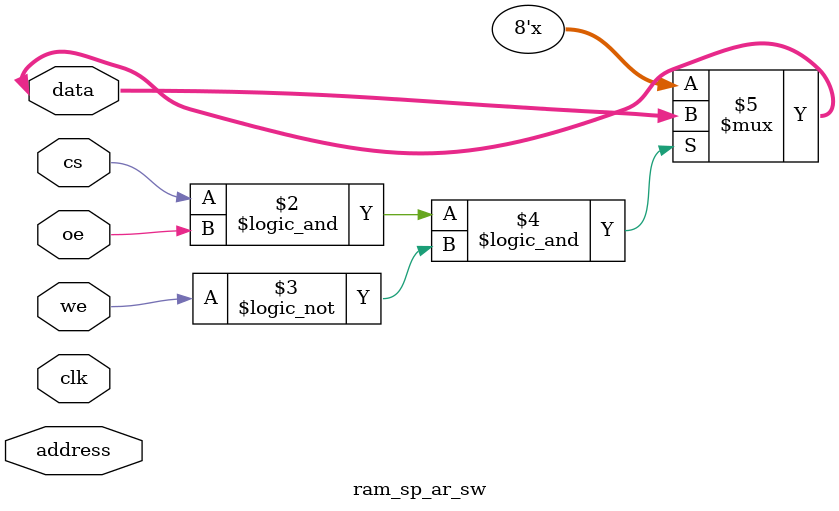
<source format=v>
module ram_sp_ar_sw #(parameter DWIDTH = 8, AWIDTH = 8)(
    clk,address,data,cs,oe,we
);
    parameter RAM_DEPTH = 1<< AWIDTH;
    input wire clk;
    input wire cs;
    input wire oe;
    input wire we;
    inout wire[DWIDTH-1:0] data;
    input wire[AWIDTH-1:0] address;
  
    reg[DWIDTH-1:0] data_out;
    reg[DWIDTH-1:0] mem[0:RAM_DEPTH-1];

    assign data = (cs && oe && !we) ? data : DWIDTH'bz;
    //Read block
    always @ (cs or oe or we or address)begin
       if (cs && oe && !we) begin
            data_out <= mem[address];
       end 
    end
    
    //Write block 
    always @ (posedge clk) begin
        if (cs && we) begin
            mem[address] <= data;
        end
    end
endmodule

</source>
